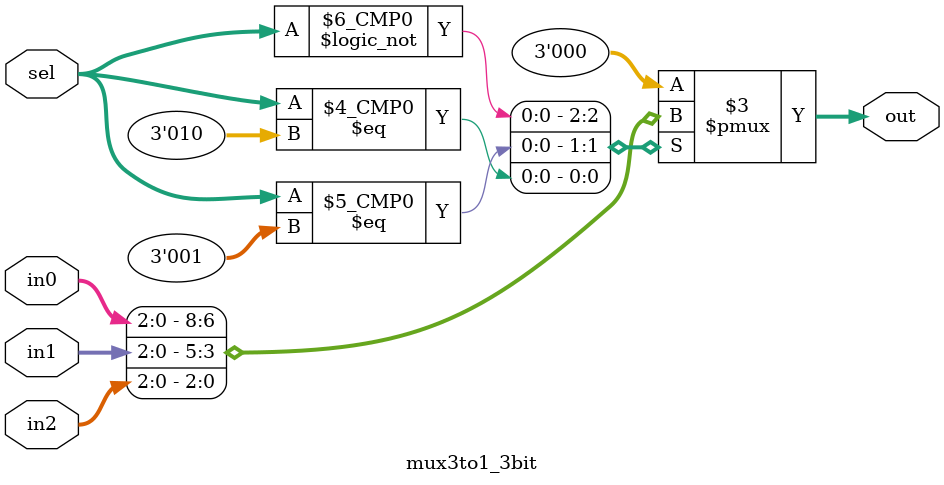
<source format=v>
`timescale 1ns / 1ps


module mux3to1_3bit (
    input  [2:0] in0,   // Input 0
    input  [2:0] in1,   // Input 1
    input  [2:0] in2,   // Input 2
    input  [2:0] sel,    // Select line (2 bits to select among 3 inputs)
    output reg [2:0] out // Output
);

    always @(*) begin
        case (sel)
            3'b00: out = in0;
            3'b01: out = in1;
            3'b10: out = in2;
            default: out = 3'b0;  // Default case for safety
        endcase
    end

endmodule

</source>
